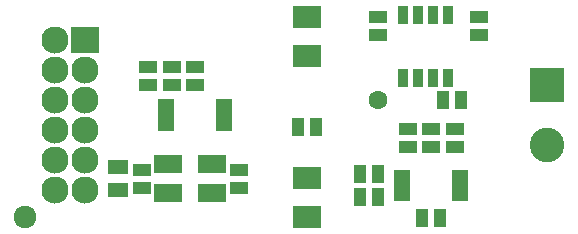
<source format=gts>
G04 #@! TF.FileFunction,Soldermask,Top*
%FSLAX46Y46*%
G04 Gerber Fmt 4.6, Leading zero omitted, Abs format (unit mm)*
G04 Created by KiCad (PCBNEW 4.0.2+dfsg1-stable) date lun. 14 janv. 2019 10:15:00 CET*
%MOMM*%
G01*
G04 APERTURE LIST*
%ADD10C,0.100000*%
%ADD11R,2.940000X2.940000*%
%ADD12C,2.940000*%
%ADD13R,1.470000X0.710000*%
%ADD14R,2.400000X2.300000*%
%ADD15C,2.300000*%
%ADD16R,1.543000X1.035000*%
%ADD17R,1.035000X1.543000*%
%ADD18R,0.908000X1.543000*%
%ADD19C,1.598880*%
%ADD20R,1.400000X0.700000*%
%ADD21R,1.797000X1.289000*%
%ADD22R,2.400000X1.598880*%
%ADD23C,1.924000*%
%ADD24R,2.432000X1.924000*%
G04 APERTURE END LIST*
D10*
D11*
X168820000Y-102460000D03*
D12*
X168820000Y-107540000D03*
D13*
X161452500Y-110675000D03*
X161452500Y-111325000D03*
X161452500Y-111975000D03*
X161452500Y-110025000D03*
X156547500Y-110025000D03*
X156547500Y-110675000D03*
X156547500Y-111325000D03*
X156547500Y-111975000D03*
D14*
X129690200Y-98650000D03*
D15*
X129690200Y-101190000D03*
X129690200Y-103730000D03*
X129690200Y-106270000D03*
X129690200Y-108810000D03*
X129690200Y-111350000D03*
X127150200Y-98650000D03*
X127150200Y-101190000D03*
X127150200Y-103730000D03*
X127150200Y-106270000D03*
X127150200Y-108810000D03*
X127150200Y-111350000D03*
D16*
X159000000Y-107762000D03*
X159000000Y-106238000D03*
X157000000Y-106238000D03*
X157000000Y-107762000D03*
X161000000Y-106238000D03*
X161000000Y-107762000D03*
D17*
X152988000Y-112000000D03*
X154512000Y-112000000D03*
X154512000Y-110000000D03*
X152988000Y-110000000D03*
D18*
X160405000Y-101917000D03*
X160405000Y-96583000D03*
X159135000Y-101917000D03*
X157865000Y-101917000D03*
X156595000Y-101917000D03*
X159135000Y-96583000D03*
X157865000Y-96583000D03*
X156595000Y-96583000D03*
D16*
X154500000Y-96738000D03*
X154500000Y-98262000D03*
X163000000Y-98262000D03*
X163000000Y-96738000D03*
D17*
X160008000Y-103790000D03*
X161532000Y-103790000D03*
D19*
X154510000Y-103790000D03*
D16*
X135000000Y-102512000D03*
X135000000Y-100988000D03*
X137000000Y-100988000D03*
X137000000Y-102512000D03*
D20*
X141450000Y-106000000D03*
X141450000Y-105500000D03*
X141450000Y-105000000D03*
X141450000Y-104500000D03*
X141450000Y-104000000D03*
X136550000Y-104000000D03*
X136550000Y-104500000D03*
X136550000Y-105000000D03*
X136550000Y-105500000D03*
X136550000Y-106000000D03*
D21*
X132500000Y-111352500D03*
X132500000Y-109447500D03*
D16*
X134500000Y-111162000D03*
X134500000Y-109638000D03*
X139000000Y-102512000D03*
X139000000Y-100988000D03*
D17*
X158238000Y-113750000D03*
X159762000Y-113750000D03*
X149262000Y-106000000D03*
X147738000Y-106000000D03*
D22*
X140430000Y-109150000D03*
X136730000Y-109150000D03*
X136730000Y-111650000D03*
X140430000Y-111650000D03*
D16*
X142710000Y-111162000D03*
X142710000Y-109638000D03*
D23*
X124600000Y-113660000D03*
D24*
X148500000Y-113651000D03*
X148500000Y-110349000D03*
X148500000Y-96739000D03*
X148500000Y-100041000D03*
M02*

</source>
